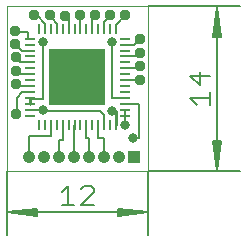
<source format=gtl>
G75*
%MOIN*%
%OFA0B0*%
%FSLAX25Y25*%
%IPPOS*%
%LPD*%
%AMOC8*
5,1,8,0,0,1.08239X$1,22.5*
%
%ADD10C,0.00000*%
%ADD11C,0.00512*%
%ADD12C,0.00600*%
%ADD13R,0.18898X0.18898*%
%ADD14R,0.03543X0.00984*%
%ADD15R,0.00984X0.03543*%
%ADD16R,0.04200X0.04200*%
%ADD17C,0.04200*%
%ADD18OC8,0.03562*%
%ADD19C,0.00800*%
%ADD20C,0.01000*%
%ADD21C,0.03169*%
%ADD22C,0.01600*%
D10*
X0002150Y0022633D02*
X0049394Y0022633D01*
X0049394Y0077751D01*
X0002150Y0077751D01*
X0002150Y0022633D01*
D11*
X0002150Y0001256D01*
X0002406Y0008933D02*
X0012386Y0007909D01*
X0012386Y0007676D02*
X0002406Y0008933D01*
X0012386Y0009957D01*
X0012386Y0010190D02*
X0012386Y0007676D01*
X0012386Y0008421D02*
X0002406Y0008933D01*
X0012386Y0009445D01*
X0012386Y0010190D02*
X0002406Y0008933D01*
X0049138Y0008933D01*
X0039158Y0007909D01*
X0039158Y0007676D02*
X0049138Y0008933D01*
X0039158Y0009957D01*
X0039158Y0010190D02*
X0039158Y0007676D01*
X0039158Y0008421D02*
X0049138Y0008933D01*
X0039158Y0009445D01*
X0039158Y0010190D02*
X0049138Y0008933D01*
X0049394Y0001256D02*
X0049394Y0022633D01*
X0080027Y0022633D01*
X0072350Y0022889D02*
X0073374Y0032869D01*
X0073607Y0032869D02*
X0072350Y0022889D01*
X0071326Y0032869D01*
X0071093Y0032869D02*
X0073607Y0032869D01*
X0072862Y0032869D02*
X0072350Y0022889D01*
X0071838Y0032869D01*
X0071093Y0032869D02*
X0072350Y0022889D01*
X0072350Y0077495D01*
X0073374Y0067515D01*
X0073607Y0067515D02*
X0072350Y0077495D01*
X0071326Y0067515D01*
X0071093Y0067515D02*
X0073607Y0067515D01*
X0072862Y0067515D02*
X0072350Y0077495D01*
X0071838Y0067515D01*
X0071093Y0067515D02*
X0072350Y0077495D01*
X0080027Y0077751D02*
X0049394Y0077751D01*
D12*
X0066585Y0055620D02*
X0066585Y0051350D01*
X0063383Y0054553D01*
X0069788Y0054553D01*
X0069788Y0049175D02*
X0069788Y0044905D01*
X0069788Y0047040D02*
X0063383Y0047040D01*
X0065518Y0044905D01*
X0031200Y0016833D02*
X0031200Y0015765D01*
X0026930Y0011495D01*
X0031200Y0011495D01*
X0031200Y0016833D02*
X0030133Y0017900D01*
X0027998Y0017900D01*
X0026930Y0016833D01*
X0022620Y0017900D02*
X0022620Y0011495D01*
X0020485Y0011495D02*
X0024755Y0011495D01*
X0020485Y0015765D02*
X0022620Y0017900D01*
D13*
X0025756Y0054027D03*
D14*
X0009811Y0055011D03*
X0009811Y0053043D03*
X0009811Y0051074D03*
X0009811Y0049106D03*
X0009811Y0047137D03*
X0009811Y0045169D03*
X0009811Y0043200D03*
X0009811Y0041231D03*
X0009811Y0056980D03*
X0009811Y0058948D03*
X0009811Y0060917D03*
X0009811Y0062885D03*
X0009811Y0064854D03*
X0009811Y0066822D03*
X0041701Y0066822D03*
X0041701Y0064854D03*
X0041701Y0062885D03*
X0041701Y0060917D03*
X0041701Y0058948D03*
X0041701Y0056980D03*
X0041701Y0055011D03*
X0041701Y0053043D03*
X0041701Y0051074D03*
X0041701Y0049106D03*
X0041701Y0047137D03*
X0041701Y0045169D03*
X0041701Y0043200D03*
X0041701Y0041231D03*
D15*
X0038552Y0038082D03*
X0036583Y0038082D03*
X0034615Y0038082D03*
X0032646Y0038082D03*
X0030678Y0038082D03*
X0028709Y0038082D03*
X0026741Y0038082D03*
X0024772Y0038082D03*
X0022804Y0038082D03*
X0020835Y0038082D03*
X0018867Y0038082D03*
X0016898Y0038082D03*
X0014930Y0038082D03*
X0012961Y0038082D03*
X0012961Y0069972D03*
X0014930Y0069972D03*
X0016898Y0069972D03*
X0018867Y0069972D03*
X0020835Y0069972D03*
X0022804Y0069972D03*
X0024772Y0069972D03*
X0026741Y0069972D03*
X0028709Y0069972D03*
X0030678Y0069972D03*
X0032646Y0069972D03*
X0034615Y0069972D03*
X0036583Y0069972D03*
X0038552Y0069972D03*
D16*
X0044457Y0027476D03*
D17*
X0039457Y0027476D03*
X0034457Y0027476D03*
X0029457Y0027476D03*
X0024457Y0027476D03*
X0019457Y0027476D03*
X0014457Y0027476D03*
X0009457Y0027476D03*
D18*
X0005150Y0041633D03*
X0005150Y0051633D03*
X0005150Y0056133D03*
X0005150Y0060633D03*
X0005050Y0065133D03*
X0005050Y0069433D03*
X0011150Y0074633D03*
X0016650Y0074633D03*
X0021650Y0074533D03*
X0026650Y0074633D03*
X0031550Y0074633D03*
X0036650Y0074633D03*
X0041650Y0074633D03*
X0046450Y0066733D03*
X0046450Y0062133D03*
X0046550Y0057633D03*
X0046550Y0053233D03*
D19*
X0046359Y0053043D01*
X0041701Y0053043D01*
X0041701Y0056980D02*
X0045896Y0056980D01*
X0046550Y0057633D01*
X0045233Y0060917D02*
X0046450Y0062133D01*
X0045233Y0060917D02*
X0041701Y0060917D01*
X0041701Y0064854D02*
X0044570Y0064854D01*
X0046450Y0066733D01*
X0038552Y0071120D02*
X0038554Y0071180D01*
X0038559Y0071241D01*
X0038568Y0071300D01*
X0038581Y0071359D01*
X0038597Y0071418D01*
X0038617Y0071475D01*
X0038640Y0071530D01*
X0038667Y0071585D01*
X0038696Y0071637D01*
X0038729Y0071688D01*
X0038765Y0071737D01*
X0038803Y0071783D01*
X0038845Y0071827D01*
X0038844Y0071828D02*
X0041650Y0074633D01*
X0038552Y0071120D02*
X0038552Y0069972D01*
X0034615Y0072183D02*
X0034617Y0072243D01*
X0034622Y0072304D01*
X0034631Y0072363D01*
X0034644Y0072422D01*
X0034660Y0072481D01*
X0034680Y0072538D01*
X0034703Y0072593D01*
X0034730Y0072648D01*
X0034759Y0072700D01*
X0034792Y0072751D01*
X0034828Y0072800D01*
X0034866Y0072846D01*
X0034908Y0072890D01*
X0034907Y0072891D02*
X0036650Y0074633D01*
X0034615Y0072183D02*
X0034615Y0069972D01*
X0030678Y0069972D02*
X0030678Y0073761D01*
X0031550Y0074633D01*
X0026741Y0074414D02*
X0026741Y0069972D01*
X0022804Y0069972D02*
X0022804Y0073380D01*
X0021650Y0074533D01*
X0018574Y0072209D02*
X0016650Y0074633D01*
X0014637Y0072146D02*
X0012443Y0074340D01*
X0011736Y0074633D02*
X0011150Y0074633D01*
X0011736Y0074633D02*
X0011796Y0074631D01*
X0011857Y0074626D01*
X0011916Y0074617D01*
X0011975Y0074604D01*
X0012034Y0074588D01*
X0012091Y0074568D01*
X0012146Y0074545D01*
X0012201Y0074518D01*
X0012253Y0074489D01*
X0012304Y0074456D01*
X0012353Y0074420D01*
X0012399Y0074382D01*
X0012443Y0074340D01*
X0014637Y0072146D02*
X0014679Y0072102D01*
X0014717Y0072056D01*
X0014753Y0072007D01*
X0014786Y0071956D01*
X0014815Y0071904D01*
X0014842Y0071849D01*
X0014865Y0071794D01*
X0014885Y0071737D01*
X0014901Y0071678D01*
X0014914Y0071619D01*
X0014923Y0071560D01*
X0014928Y0071499D01*
X0014930Y0071439D01*
X0014930Y0069972D01*
X0018867Y0071502D02*
X0018865Y0071562D01*
X0018860Y0071623D01*
X0018851Y0071682D01*
X0018838Y0071741D01*
X0018822Y0071800D01*
X0018802Y0071857D01*
X0018779Y0071912D01*
X0018752Y0071967D01*
X0018723Y0072019D01*
X0018690Y0072070D01*
X0018654Y0072119D01*
X0018616Y0072165D01*
X0018574Y0072209D01*
X0018867Y0071502D02*
X0018867Y0069972D01*
X0014150Y0065633D02*
X0014150Y0046633D01*
X0009811Y0046633D01*
X0009811Y0045169D01*
X0009811Y0043200D02*
X0014150Y0043200D01*
X0014150Y0042633D02*
X0033350Y0042633D01*
X0034650Y0041333D01*
X0034650Y0038117D01*
X0034615Y0038082D01*
X0032650Y0038082D02*
X0032650Y0033733D01*
X0034457Y0033733D01*
X0034457Y0027476D01*
X0029457Y0027476D02*
X0029457Y0033733D01*
X0028650Y0033733D01*
X0028650Y0038082D01*
X0028709Y0038082D01*
X0024772Y0038082D02*
X0024750Y0038082D01*
X0024750Y0031333D01*
X0024457Y0031333D01*
X0024457Y0027476D01*
X0020850Y0032933D02*
X0019457Y0032933D01*
X0019457Y0027476D01*
X0020850Y0032933D02*
X0020850Y0038082D01*
X0020835Y0038082D01*
X0016898Y0038082D02*
X0016850Y0038082D01*
X0016850Y0034533D01*
X0009457Y0034533D01*
X0009457Y0027476D01*
X0005150Y0041633D02*
X0005450Y0041933D01*
X0005450Y0047233D01*
X0007322Y0049106D01*
X0009811Y0049106D01*
X0009811Y0051074D02*
X0006123Y0051074D01*
X0005416Y0051367D02*
X0005150Y0051633D01*
X0005416Y0051367D02*
X0005460Y0051325D01*
X0005506Y0051287D01*
X0005555Y0051251D01*
X0005606Y0051218D01*
X0005658Y0051189D01*
X0005713Y0051162D01*
X0005768Y0051139D01*
X0005825Y0051119D01*
X0005884Y0051103D01*
X0005943Y0051090D01*
X0006002Y0051081D01*
X0006063Y0051076D01*
X0006123Y0051074D01*
X0006686Y0055011D02*
X0009811Y0055011D01*
X0006686Y0055011D02*
X0006626Y0055013D01*
X0006565Y0055018D01*
X0006506Y0055027D01*
X0006447Y0055040D01*
X0006388Y0055056D01*
X0006331Y0055076D01*
X0006276Y0055099D01*
X0006221Y0055126D01*
X0006169Y0055155D01*
X0006118Y0055188D01*
X0006069Y0055224D01*
X0006023Y0055262D01*
X0005979Y0055304D01*
X0005150Y0056133D01*
X0006542Y0059241D02*
X0005150Y0060633D01*
X0006542Y0059241D02*
X0006586Y0059199D01*
X0006632Y0059161D01*
X0006681Y0059125D01*
X0006732Y0059092D01*
X0006784Y0059063D01*
X0006839Y0059036D01*
X0006894Y0059013D01*
X0006951Y0058993D01*
X0007010Y0058977D01*
X0007069Y0058964D01*
X0007128Y0058955D01*
X0007189Y0058950D01*
X0007249Y0058948D01*
X0009811Y0058948D01*
X0009811Y0062885D02*
X0007298Y0062885D01*
X0005050Y0065133D01*
X0005050Y0069233D02*
X0005050Y0069433D01*
X0005050Y0069233D02*
X0009350Y0069233D01*
X0009350Y0066822D01*
X0009811Y0066822D01*
X0026740Y0074414D02*
X0026739Y0074444D01*
X0026734Y0074474D01*
X0026727Y0074504D01*
X0026716Y0074532D01*
X0026704Y0074560D01*
X0026688Y0074586D01*
X0026670Y0074610D01*
X0026649Y0074632D01*
X0037150Y0065633D02*
X0037150Y0047137D01*
X0041701Y0047137D01*
X0041701Y0045169D02*
X0046150Y0045169D01*
X0046150Y0033633D01*
X0044150Y0033633D01*
X0041650Y0038133D02*
X0041701Y0038184D01*
X0041701Y0041231D01*
X0041701Y0043200D01*
X0032650Y0038082D02*
X0032646Y0038082D01*
D20*
X0037150Y0042633D02*
X0038552Y0042633D01*
X0038552Y0038082D01*
X0014150Y0042633D02*
X0014150Y0043200D01*
X0009811Y0045169D02*
X0009811Y0047137D01*
D21*
X0014150Y0043200D03*
X0022650Y0046633D03*
X0026150Y0049133D03*
X0029650Y0046633D03*
X0029650Y0052133D03*
X0022650Y0052133D03*
X0014150Y0065633D03*
X0037150Y0065633D03*
X0037150Y0042633D03*
X0041650Y0038133D03*
X0044150Y0033633D03*
D22*
X0025756Y0052133D02*
X0025756Y0054027D01*
X0025756Y0052133D02*
X0022650Y0052133D01*
M02*

</source>
